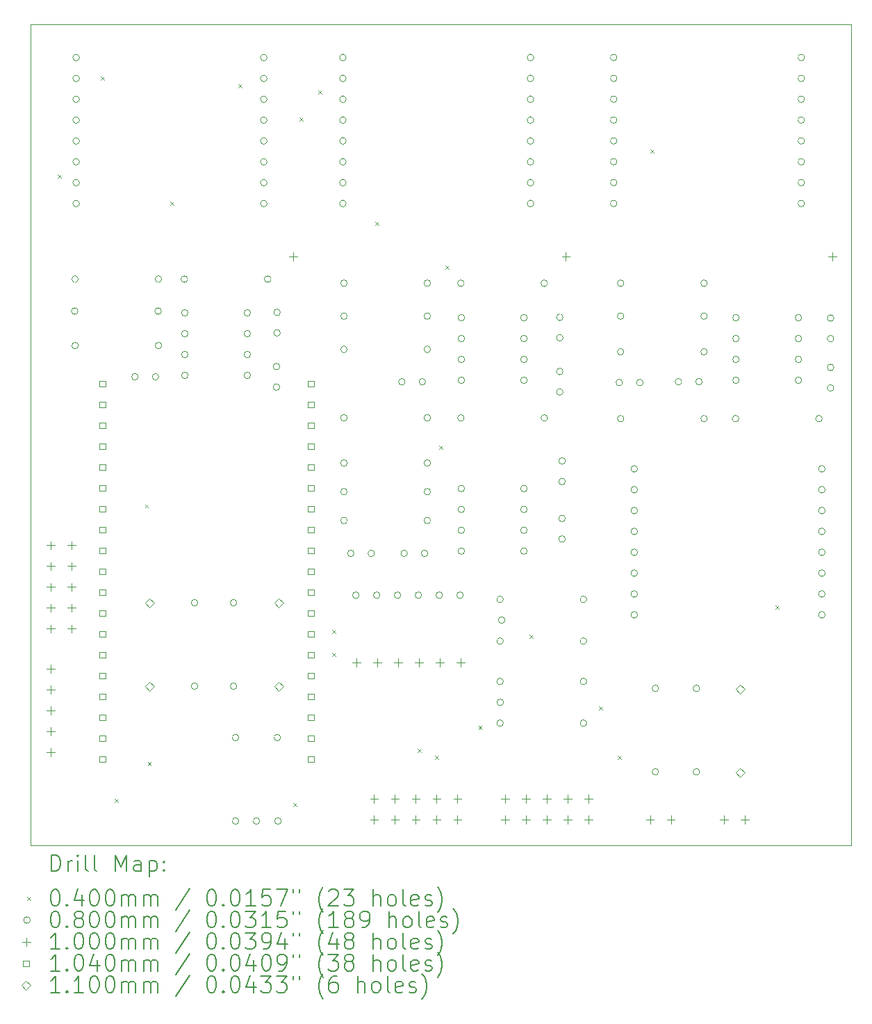
<source format=gbr>
%TF.GenerationSoftware,KiCad,Pcbnew,(6.0.10)*%
%TF.CreationDate,2023-03-01T13:20:10+01:00*%
%TF.ProjectId,Adapterboard,41646170-7465-4726-926f-6172642e6b69,2.3*%
%TF.SameCoordinates,Original*%
%TF.FileFunction,Drillmap*%
%TF.FilePolarity,Positive*%
%FSLAX45Y45*%
G04 Gerber Fmt 4.5, Leading zero omitted, Abs format (unit mm)*
G04 Created by KiCad (PCBNEW (6.0.10)) date 2023-03-01 13:20:10*
%MOMM*%
%LPD*%
G01*
G04 APERTURE LIST*
%ADD10C,0.050000*%
%ADD11C,0.200000*%
%ADD12C,0.040000*%
%ADD13C,0.080000*%
%ADD14C,0.100000*%
%ADD15C,0.104000*%
%ADD16C,0.110000*%
G04 APERTURE END LIST*
D10*
X3000000Y-3000000D02*
X13000000Y-3000000D01*
X13000000Y-3000000D02*
X13000000Y-13000000D01*
X13000000Y-13000000D02*
X3000000Y-13000000D01*
X3000000Y-13000000D02*
X3000000Y-3000000D01*
D11*
D12*
X3330000Y-4830000D02*
X3370000Y-4870000D01*
X3370000Y-4830000D02*
X3330000Y-4870000D01*
X3855000Y-3635000D02*
X3895000Y-3675000D01*
X3895000Y-3635000D02*
X3855000Y-3675000D01*
X4030000Y-12430000D02*
X4070000Y-12470000D01*
X4070000Y-12430000D02*
X4030000Y-12470000D01*
X4395000Y-8845000D02*
X4435000Y-8885000D01*
X4435000Y-8845000D02*
X4395000Y-8885000D01*
X4430000Y-11980000D02*
X4470000Y-12020000D01*
X4470000Y-11980000D02*
X4430000Y-12020000D01*
X4705000Y-5159000D02*
X4745000Y-5199000D01*
X4745000Y-5159000D02*
X4705000Y-5199000D01*
X5532500Y-3727500D02*
X5572500Y-3767500D01*
X5572500Y-3727500D02*
X5532500Y-3767500D01*
X6200000Y-12481450D02*
X6240000Y-12521450D01*
X6240000Y-12481450D02*
X6200000Y-12521450D01*
X6280000Y-4130000D02*
X6320000Y-4170000D01*
X6320000Y-4130000D02*
X6280000Y-4170000D01*
X6505000Y-3805000D02*
X6545000Y-3845000D01*
X6545000Y-3805000D02*
X6505000Y-3845000D01*
X6680000Y-10370000D02*
X6720000Y-10410000D01*
X6720000Y-10370000D02*
X6680000Y-10410000D01*
X6680000Y-10655000D02*
X6720000Y-10695000D01*
X6720000Y-10655000D02*
X6680000Y-10695000D01*
X7205000Y-5405000D02*
X7245000Y-5445000D01*
X7245000Y-5405000D02*
X7205000Y-5445000D01*
X7717500Y-11817500D02*
X7757500Y-11857500D01*
X7757500Y-11817500D02*
X7717500Y-11857500D01*
X7930000Y-11905000D02*
X7970000Y-11945000D01*
X7970000Y-11905000D02*
X7930000Y-11945000D01*
X7980000Y-8130000D02*
X8020000Y-8170000D01*
X8020000Y-8130000D02*
X7980000Y-8170000D01*
X8055000Y-5935000D02*
X8095000Y-5975000D01*
X8095000Y-5935000D02*
X8055000Y-5975000D01*
X8460000Y-11540000D02*
X8500000Y-11580000D01*
X8500000Y-11540000D02*
X8460000Y-11580000D01*
X9080000Y-10430000D02*
X9120000Y-10470000D01*
X9120000Y-10430000D02*
X9080000Y-10470000D01*
X9930000Y-11305000D02*
X9970000Y-11345000D01*
X9970000Y-11305000D02*
X9930000Y-11345000D01*
X10155000Y-11905000D02*
X10195000Y-11945000D01*
X10195000Y-11905000D02*
X10155000Y-11945000D01*
X10555000Y-4520000D02*
X10595000Y-4560000D01*
X10595000Y-4520000D02*
X10555000Y-4560000D01*
X12076500Y-10076500D02*
X12116500Y-10116500D01*
X12116500Y-10076500D02*
X12076500Y-10116500D01*
D13*
X3580000Y-6490000D02*
G75*
G03*
X3580000Y-6490000I-40000J0D01*
G01*
X3584000Y-6100000D02*
G75*
G03*
X3584000Y-6100000I-40000J0D01*
G01*
X3584000Y-6910000D02*
G75*
G03*
X3584000Y-6910000I-40000J0D01*
G01*
X3597000Y-3401000D02*
G75*
G03*
X3597000Y-3401000I-40000J0D01*
G01*
X3597000Y-3655000D02*
G75*
G03*
X3597000Y-3655000I-40000J0D01*
G01*
X3597000Y-3909000D02*
G75*
G03*
X3597000Y-3909000I-40000J0D01*
G01*
X3597000Y-4163000D02*
G75*
G03*
X3597000Y-4163000I-40000J0D01*
G01*
X3597000Y-4417000D02*
G75*
G03*
X3597000Y-4417000I-40000J0D01*
G01*
X3597000Y-4671000D02*
G75*
G03*
X3597000Y-4671000I-40000J0D01*
G01*
X3597000Y-4925000D02*
G75*
G03*
X3597000Y-4925000I-40000J0D01*
G01*
X3597000Y-5179000D02*
G75*
G03*
X3597000Y-5179000I-40000J0D01*
G01*
X4313000Y-7290000D02*
G75*
G03*
X4313000Y-7290000I-40000J0D01*
G01*
X4563000Y-7290000D02*
G75*
G03*
X4563000Y-7290000I-40000J0D01*
G01*
X4596000Y-6490000D02*
G75*
G03*
X4596000Y-6490000I-40000J0D01*
G01*
X4600000Y-6100000D02*
G75*
G03*
X4600000Y-6100000I-40000J0D01*
G01*
X4600000Y-6910000D02*
G75*
G03*
X4600000Y-6910000I-40000J0D01*
G01*
X4915000Y-6100000D02*
G75*
G03*
X4915000Y-6100000I-40000J0D01*
G01*
X4920000Y-6510000D02*
G75*
G03*
X4920000Y-6510000I-40000J0D01*
G01*
X4920000Y-6764000D02*
G75*
G03*
X4920000Y-6764000I-40000J0D01*
G01*
X4920000Y-7018000D02*
G75*
G03*
X4920000Y-7018000I-40000J0D01*
G01*
X4920000Y-7272000D02*
G75*
G03*
X4920000Y-7272000I-40000J0D01*
G01*
X5040000Y-10042000D02*
G75*
G03*
X5040000Y-10042000I-40000J0D01*
G01*
X5040000Y-11058000D02*
G75*
G03*
X5040000Y-11058000I-40000J0D01*
G01*
X5515000Y-10042000D02*
G75*
G03*
X5515000Y-10042000I-40000J0D01*
G01*
X5515000Y-11058000D02*
G75*
G03*
X5515000Y-11058000I-40000J0D01*
G01*
X5540000Y-11684000D02*
G75*
G03*
X5540000Y-11684000I-40000J0D01*
G01*
X5540000Y-12700000D02*
G75*
G03*
X5540000Y-12700000I-40000J0D01*
G01*
X5682000Y-6510000D02*
G75*
G03*
X5682000Y-6510000I-40000J0D01*
G01*
X5682000Y-6764000D02*
G75*
G03*
X5682000Y-6764000I-40000J0D01*
G01*
X5682000Y-7018000D02*
G75*
G03*
X5682000Y-7018000I-40000J0D01*
G01*
X5682000Y-7272000D02*
G75*
G03*
X5682000Y-7272000I-40000J0D01*
G01*
X5794000Y-12700000D02*
G75*
G03*
X5794000Y-12700000I-40000J0D01*
G01*
X5883000Y-3401000D02*
G75*
G03*
X5883000Y-3401000I-40000J0D01*
G01*
X5883000Y-3655000D02*
G75*
G03*
X5883000Y-3655000I-40000J0D01*
G01*
X5883000Y-3909000D02*
G75*
G03*
X5883000Y-3909000I-40000J0D01*
G01*
X5883000Y-4163000D02*
G75*
G03*
X5883000Y-4163000I-40000J0D01*
G01*
X5883000Y-4417000D02*
G75*
G03*
X5883000Y-4417000I-40000J0D01*
G01*
X5883000Y-4671000D02*
G75*
G03*
X5883000Y-4671000I-40000J0D01*
G01*
X5883000Y-4925000D02*
G75*
G03*
X5883000Y-4925000I-40000J0D01*
G01*
X5883000Y-5179000D02*
G75*
G03*
X5883000Y-5179000I-40000J0D01*
G01*
X5931000Y-6100000D02*
G75*
G03*
X5931000Y-6100000I-40000J0D01*
G01*
X6038000Y-7165000D02*
G75*
G03*
X6038000Y-7165000I-40000J0D01*
G01*
X6038000Y-7415000D02*
G75*
G03*
X6038000Y-7415000I-40000J0D01*
G01*
X6045000Y-6505000D02*
G75*
G03*
X6045000Y-6505000I-40000J0D01*
G01*
X6045000Y-6755000D02*
G75*
G03*
X6045000Y-6755000I-40000J0D01*
G01*
X6048000Y-11684000D02*
G75*
G03*
X6048000Y-11684000I-40000J0D01*
G01*
X6056000Y-12700000D02*
G75*
G03*
X6056000Y-12700000I-40000J0D01*
G01*
X6847000Y-3401000D02*
G75*
G03*
X6847000Y-3401000I-40000J0D01*
G01*
X6847000Y-3655000D02*
G75*
G03*
X6847000Y-3655000I-40000J0D01*
G01*
X6847000Y-3909000D02*
G75*
G03*
X6847000Y-3909000I-40000J0D01*
G01*
X6847000Y-4163000D02*
G75*
G03*
X6847000Y-4163000I-40000J0D01*
G01*
X6847000Y-4417000D02*
G75*
G03*
X6847000Y-4417000I-40000J0D01*
G01*
X6847000Y-4671000D02*
G75*
G03*
X6847000Y-4671000I-40000J0D01*
G01*
X6847000Y-4925000D02*
G75*
G03*
X6847000Y-4925000I-40000J0D01*
G01*
X6847000Y-5179000D02*
G75*
G03*
X6847000Y-5179000I-40000J0D01*
G01*
X6860000Y-6150000D02*
G75*
G03*
X6860000Y-6150000I-40000J0D01*
G01*
X6860000Y-6550000D02*
G75*
G03*
X6860000Y-6550000I-40000J0D01*
G01*
X6860000Y-6955000D02*
G75*
G03*
X6860000Y-6955000I-40000J0D01*
G01*
X6860000Y-7790000D02*
G75*
G03*
X6860000Y-7790000I-40000J0D01*
G01*
X6860000Y-8340000D02*
G75*
G03*
X6860000Y-8340000I-40000J0D01*
G01*
X6860000Y-8690000D02*
G75*
G03*
X6860000Y-8690000I-40000J0D01*
G01*
X6860000Y-9040000D02*
G75*
G03*
X6860000Y-9040000I-40000J0D01*
G01*
X6943000Y-9440000D02*
G75*
G03*
X6943000Y-9440000I-40000J0D01*
G01*
X7005000Y-9950000D02*
G75*
G03*
X7005000Y-9950000I-40000J0D01*
G01*
X7193000Y-9440000D02*
G75*
G03*
X7193000Y-9440000I-40000J0D01*
G01*
X7259000Y-9950000D02*
G75*
G03*
X7259000Y-9950000I-40000J0D01*
G01*
X7513000Y-9950000D02*
G75*
G03*
X7513000Y-9950000I-40000J0D01*
G01*
X7565000Y-7350000D02*
G75*
G03*
X7565000Y-7350000I-40000J0D01*
G01*
X7593000Y-9440000D02*
G75*
G03*
X7593000Y-9440000I-40000J0D01*
G01*
X7767000Y-9950000D02*
G75*
G03*
X7767000Y-9950000I-40000J0D01*
G01*
X7815000Y-7350000D02*
G75*
G03*
X7815000Y-7350000I-40000J0D01*
G01*
X7843000Y-9440000D02*
G75*
G03*
X7843000Y-9440000I-40000J0D01*
G01*
X7876000Y-6150000D02*
G75*
G03*
X7876000Y-6150000I-40000J0D01*
G01*
X7876000Y-6550000D02*
G75*
G03*
X7876000Y-6550000I-40000J0D01*
G01*
X7876000Y-6955000D02*
G75*
G03*
X7876000Y-6955000I-40000J0D01*
G01*
X7876000Y-7790000D02*
G75*
G03*
X7876000Y-7790000I-40000J0D01*
G01*
X7876000Y-8340000D02*
G75*
G03*
X7876000Y-8340000I-40000J0D01*
G01*
X7876000Y-8690000D02*
G75*
G03*
X7876000Y-8690000I-40000J0D01*
G01*
X7876000Y-9040000D02*
G75*
G03*
X7876000Y-9040000I-40000J0D01*
G01*
X8021000Y-9950000D02*
G75*
G03*
X8021000Y-9950000I-40000J0D01*
G01*
X8275000Y-9950000D02*
G75*
G03*
X8275000Y-9950000I-40000J0D01*
G01*
X8285000Y-6150000D02*
G75*
G03*
X8285000Y-6150000I-40000J0D01*
G01*
X8285000Y-7790000D02*
G75*
G03*
X8285000Y-7790000I-40000J0D01*
G01*
X8290000Y-6570000D02*
G75*
G03*
X8290000Y-6570000I-40000J0D01*
G01*
X8290000Y-6824000D02*
G75*
G03*
X8290000Y-6824000I-40000J0D01*
G01*
X8290000Y-7078000D02*
G75*
G03*
X8290000Y-7078000I-40000J0D01*
G01*
X8290000Y-7332000D02*
G75*
G03*
X8290000Y-7332000I-40000J0D01*
G01*
X8290000Y-8650000D02*
G75*
G03*
X8290000Y-8650000I-40000J0D01*
G01*
X8290000Y-8904000D02*
G75*
G03*
X8290000Y-8904000I-40000J0D01*
G01*
X8290000Y-9158000D02*
G75*
G03*
X8290000Y-9158000I-40000J0D01*
G01*
X8290000Y-9412000D02*
G75*
G03*
X8290000Y-9412000I-40000J0D01*
G01*
X8762000Y-10000000D02*
G75*
G03*
X8762000Y-10000000I-40000J0D01*
G01*
X8762000Y-10508000D02*
G75*
G03*
X8762000Y-10508000I-40000J0D01*
G01*
X8762000Y-11000000D02*
G75*
G03*
X8762000Y-11000000I-40000J0D01*
G01*
X8762000Y-11508000D02*
G75*
G03*
X8762000Y-11508000I-40000J0D01*
G01*
X8765000Y-11254000D02*
G75*
G03*
X8765000Y-11254000I-40000J0D01*
G01*
X8782000Y-10254000D02*
G75*
G03*
X8782000Y-10254000I-40000J0D01*
G01*
X9052000Y-6570000D02*
G75*
G03*
X9052000Y-6570000I-40000J0D01*
G01*
X9052000Y-6824000D02*
G75*
G03*
X9052000Y-6824000I-40000J0D01*
G01*
X9052000Y-7078000D02*
G75*
G03*
X9052000Y-7078000I-40000J0D01*
G01*
X9052000Y-7332000D02*
G75*
G03*
X9052000Y-7332000I-40000J0D01*
G01*
X9052000Y-8650000D02*
G75*
G03*
X9052000Y-8650000I-40000J0D01*
G01*
X9052000Y-8904000D02*
G75*
G03*
X9052000Y-8904000I-40000J0D01*
G01*
X9052000Y-9158000D02*
G75*
G03*
X9052000Y-9158000I-40000J0D01*
G01*
X9052000Y-9412000D02*
G75*
G03*
X9052000Y-9412000I-40000J0D01*
G01*
X9133000Y-3401000D02*
G75*
G03*
X9133000Y-3401000I-40000J0D01*
G01*
X9133000Y-3655000D02*
G75*
G03*
X9133000Y-3655000I-40000J0D01*
G01*
X9133000Y-3909000D02*
G75*
G03*
X9133000Y-3909000I-40000J0D01*
G01*
X9133000Y-4163000D02*
G75*
G03*
X9133000Y-4163000I-40000J0D01*
G01*
X9133000Y-4417000D02*
G75*
G03*
X9133000Y-4417000I-40000J0D01*
G01*
X9133000Y-4671000D02*
G75*
G03*
X9133000Y-4671000I-40000J0D01*
G01*
X9133000Y-4925000D02*
G75*
G03*
X9133000Y-4925000I-40000J0D01*
G01*
X9133000Y-5179000D02*
G75*
G03*
X9133000Y-5179000I-40000J0D01*
G01*
X9301000Y-6150000D02*
G75*
G03*
X9301000Y-6150000I-40000J0D01*
G01*
X9301000Y-7790000D02*
G75*
G03*
X9301000Y-7790000I-40000J0D01*
G01*
X9490000Y-6565000D02*
G75*
G03*
X9490000Y-6565000I-40000J0D01*
G01*
X9490000Y-6815000D02*
G75*
G03*
X9490000Y-6815000I-40000J0D01*
G01*
X9490000Y-7225000D02*
G75*
G03*
X9490000Y-7225000I-40000J0D01*
G01*
X9490000Y-7475000D02*
G75*
G03*
X9490000Y-7475000I-40000J0D01*
G01*
X9518000Y-8315000D02*
G75*
G03*
X9518000Y-8315000I-40000J0D01*
G01*
X9518000Y-8565000D02*
G75*
G03*
X9518000Y-8565000I-40000J0D01*
G01*
X9518000Y-9015000D02*
G75*
G03*
X9518000Y-9015000I-40000J0D01*
G01*
X9518000Y-9265000D02*
G75*
G03*
X9518000Y-9265000I-40000J0D01*
G01*
X9778000Y-10000000D02*
G75*
G03*
X9778000Y-10000000I-40000J0D01*
G01*
X9778000Y-10508000D02*
G75*
G03*
X9778000Y-10508000I-40000J0D01*
G01*
X9778000Y-11000000D02*
G75*
G03*
X9778000Y-11000000I-40000J0D01*
G01*
X9778000Y-11508000D02*
G75*
G03*
X9778000Y-11508000I-40000J0D01*
G01*
X10147000Y-3401000D02*
G75*
G03*
X10147000Y-3401000I-40000J0D01*
G01*
X10147000Y-3655000D02*
G75*
G03*
X10147000Y-3655000I-40000J0D01*
G01*
X10147000Y-3909000D02*
G75*
G03*
X10147000Y-3909000I-40000J0D01*
G01*
X10147000Y-4163000D02*
G75*
G03*
X10147000Y-4163000I-40000J0D01*
G01*
X10147000Y-4417000D02*
G75*
G03*
X10147000Y-4417000I-40000J0D01*
G01*
X10147000Y-4671000D02*
G75*
G03*
X10147000Y-4671000I-40000J0D01*
G01*
X10147000Y-4925000D02*
G75*
G03*
X10147000Y-4925000I-40000J0D01*
G01*
X10147000Y-5179000D02*
G75*
G03*
X10147000Y-5179000I-40000J0D01*
G01*
X10215000Y-7360000D02*
G75*
G03*
X10215000Y-7360000I-40000J0D01*
G01*
X10232000Y-6150000D02*
G75*
G03*
X10232000Y-6150000I-40000J0D01*
G01*
X10232000Y-6550000D02*
G75*
G03*
X10232000Y-6550000I-40000J0D01*
G01*
X10232000Y-6985000D02*
G75*
G03*
X10232000Y-6985000I-40000J0D01*
G01*
X10232000Y-7800000D02*
G75*
G03*
X10232000Y-7800000I-40000J0D01*
G01*
X10397000Y-8411000D02*
G75*
G03*
X10397000Y-8411000I-40000J0D01*
G01*
X10397000Y-8665000D02*
G75*
G03*
X10397000Y-8665000I-40000J0D01*
G01*
X10397000Y-8919000D02*
G75*
G03*
X10397000Y-8919000I-40000J0D01*
G01*
X10397000Y-9173000D02*
G75*
G03*
X10397000Y-9173000I-40000J0D01*
G01*
X10397000Y-9427000D02*
G75*
G03*
X10397000Y-9427000I-40000J0D01*
G01*
X10397000Y-9681000D02*
G75*
G03*
X10397000Y-9681000I-40000J0D01*
G01*
X10397000Y-9935000D02*
G75*
G03*
X10397000Y-9935000I-40000J0D01*
G01*
X10397000Y-10189000D02*
G75*
G03*
X10397000Y-10189000I-40000J0D01*
G01*
X10465000Y-7360000D02*
G75*
G03*
X10465000Y-7360000I-40000J0D01*
G01*
X10655000Y-11084000D02*
G75*
G03*
X10655000Y-11084000I-40000J0D01*
G01*
X10655000Y-12100000D02*
G75*
G03*
X10655000Y-12100000I-40000J0D01*
G01*
X10936000Y-7350000D02*
G75*
G03*
X10936000Y-7350000I-40000J0D01*
G01*
X11155000Y-11084000D02*
G75*
G03*
X11155000Y-11084000I-40000J0D01*
G01*
X11155000Y-12100000D02*
G75*
G03*
X11155000Y-12100000I-40000J0D01*
G01*
X11186000Y-7350000D02*
G75*
G03*
X11186000Y-7350000I-40000J0D01*
G01*
X11248000Y-6150000D02*
G75*
G03*
X11248000Y-6150000I-40000J0D01*
G01*
X11248000Y-6550000D02*
G75*
G03*
X11248000Y-6550000I-40000J0D01*
G01*
X11248000Y-6985000D02*
G75*
G03*
X11248000Y-6985000I-40000J0D01*
G01*
X11248000Y-7800000D02*
G75*
G03*
X11248000Y-7800000I-40000J0D01*
G01*
X11632000Y-7800000D02*
G75*
G03*
X11632000Y-7800000I-40000J0D01*
G01*
X11637000Y-6570000D02*
G75*
G03*
X11637000Y-6570000I-40000J0D01*
G01*
X11637000Y-6824000D02*
G75*
G03*
X11637000Y-6824000I-40000J0D01*
G01*
X11637000Y-7078000D02*
G75*
G03*
X11637000Y-7078000I-40000J0D01*
G01*
X11637000Y-7332000D02*
G75*
G03*
X11637000Y-7332000I-40000J0D01*
G01*
X12399000Y-6570000D02*
G75*
G03*
X12399000Y-6570000I-40000J0D01*
G01*
X12399000Y-6824000D02*
G75*
G03*
X12399000Y-6824000I-40000J0D01*
G01*
X12399000Y-7078000D02*
G75*
G03*
X12399000Y-7078000I-40000J0D01*
G01*
X12399000Y-7332000D02*
G75*
G03*
X12399000Y-7332000I-40000J0D01*
G01*
X12433000Y-3401000D02*
G75*
G03*
X12433000Y-3401000I-40000J0D01*
G01*
X12433000Y-3655000D02*
G75*
G03*
X12433000Y-3655000I-40000J0D01*
G01*
X12433000Y-3909000D02*
G75*
G03*
X12433000Y-3909000I-40000J0D01*
G01*
X12433000Y-4163000D02*
G75*
G03*
X12433000Y-4163000I-40000J0D01*
G01*
X12433000Y-4417000D02*
G75*
G03*
X12433000Y-4417000I-40000J0D01*
G01*
X12433000Y-4671000D02*
G75*
G03*
X12433000Y-4671000I-40000J0D01*
G01*
X12433000Y-4925000D02*
G75*
G03*
X12433000Y-4925000I-40000J0D01*
G01*
X12433000Y-5179000D02*
G75*
G03*
X12433000Y-5179000I-40000J0D01*
G01*
X12648000Y-7800000D02*
G75*
G03*
X12648000Y-7800000I-40000J0D01*
G01*
X12683000Y-8411000D02*
G75*
G03*
X12683000Y-8411000I-40000J0D01*
G01*
X12683000Y-8665000D02*
G75*
G03*
X12683000Y-8665000I-40000J0D01*
G01*
X12683000Y-8919000D02*
G75*
G03*
X12683000Y-8919000I-40000J0D01*
G01*
X12683000Y-9173000D02*
G75*
G03*
X12683000Y-9173000I-40000J0D01*
G01*
X12683000Y-9427000D02*
G75*
G03*
X12683000Y-9427000I-40000J0D01*
G01*
X12683000Y-9681000D02*
G75*
G03*
X12683000Y-9681000I-40000J0D01*
G01*
X12683000Y-9935000D02*
G75*
G03*
X12683000Y-9935000I-40000J0D01*
G01*
X12683000Y-10189000D02*
G75*
G03*
X12683000Y-10189000I-40000J0D01*
G01*
X12790000Y-6575000D02*
G75*
G03*
X12790000Y-6575000I-40000J0D01*
G01*
X12790000Y-6825000D02*
G75*
G03*
X12790000Y-6825000I-40000J0D01*
G01*
X12790000Y-7175000D02*
G75*
G03*
X12790000Y-7175000I-40000J0D01*
G01*
X12790000Y-7425000D02*
G75*
G03*
X12790000Y-7425000I-40000J0D01*
G01*
D14*
X3250000Y-9292500D02*
X3250000Y-9392500D01*
X3200000Y-9342500D02*
X3300000Y-9342500D01*
X3250000Y-9546500D02*
X3250000Y-9646500D01*
X3200000Y-9596500D02*
X3300000Y-9596500D01*
X3250000Y-9800500D02*
X3250000Y-9900500D01*
X3200000Y-9850500D02*
X3300000Y-9850500D01*
X3250000Y-10054500D02*
X3250000Y-10154500D01*
X3200000Y-10104500D02*
X3300000Y-10104500D01*
X3250000Y-10308500D02*
X3250000Y-10408500D01*
X3200000Y-10358500D02*
X3300000Y-10358500D01*
X3250000Y-10792500D02*
X3250000Y-10892500D01*
X3200000Y-10842500D02*
X3300000Y-10842500D01*
X3250000Y-11046500D02*
X3250000Y-11146500D01*
X3200000Y-11096500D02*
X3300000Y-11096500D01*
X3250000Y-11300500D02*
X3250000Y-11400500D01*
X3200000Y-11350500D02*
X3300000Y-11350500D01*
X3250000Y-11554500D02*
X3250000Y-11654500D01*
X3200000Y-11604500D02*
X3300000Y-11604500D01*
X3250000Y-11808500D02*
X3250000Y-11908500D01*
X3200000Y-11858500D02*
X3300000Y-11858500D01*
X3504000Y-9292500D02*
X3504000Y-9392500D01*
X3454000Y-9342500D02*
X3554000Y-9342500D01*
X3504000Y-9546500D02*
X3504000Y-9646500D01*
X3454000Y-9596500D02*
X3554000Y-9596500D01*
X3504000Y-9800500D02*
X3504000Y-9900500D01*
X3454000Y-9850500D02*
X3554000Y-9850500D01*
X3504000Y-10054500D02*
X3504000Y-10154500D01*
X3454000Y-10104500D02*
X3554000Y-10104500D01*
X3504000Y-10308500D02*
X3504000Y-10408500D01*
X3454000Y-10358500D02*
X3554000Y-10358500D01*
X6200000Y-5775000D02*
X6200000Y-5875000D01*
X6150000Y-5825000D02*
X6250000Y-5825000D01*
X6975200Y-10722250D02*
X6975200Y-10822250D01*
X6925200Y-10772250D02*
X7025200Y-10772250D01*
X7187500Y-12379000D02*
X7187500Y-12479000D01*
X7137500Y-12429000D02*
X7237500Y-12429000D01*
X7187500Y-12633000D02*
X7187500Y-12733000D01*
X7137500Y-12683000D02*
X7237500Y-12683000D01*
X7229200Y-10722250D02*
X7229200Y-10822250D01*
X7179200Y-10772250D02*
X7279200Y-10772250D01*
X7441500Y-12379000D02*
X7441500Y-12479000D01*
X7391500Y-12429000D02*
X7491500Y-12429000D01*
X7441500Y-12633000D02*
X7441500Y-12733000D01*
X7391500Y-12683000D02*
X7491500Y-12683000D01*
X7483200Y-10722250D02*
X7483200Y-10822250D01*
X7433200Y-10772250D02*
X7533200Y-10772250D01*
X7695500Y-12379000D02*
X7695500Y-12479000D01*
X7645500Y-12429000D02*
X7745500Y-12429000D01*
X7695500Y-12633000D02*
X7695500Y-12733000D01*
X7645500Y-12683000D02*
X7745500Y-12683000D01*
X7737200Y-10722250D02*
X7737200Y-10822250D01*
X7687200Y-10772250D02*
X7787200Y-10772250D01*
X7949500Y-12379000D02*
X7949500Y-12479000D01*
X7899500Y-12429000D02*
X7999500Y-12429000D01*
X7949500Y-12633000D02*
X7949500Y-12733000D01*
X7899500Y-12683000D02*
X7999500Y-12683000D01*
X7991200Y-10722250D02*
X7991200Y-10822250D01*
X7941200Y-10772250D02*
X8041200Y-10772250D01*
X8203500Y-12379000D02*
X8203500Y-12479000D01*
X8153500Y-12429000D02*
X8253500Y-12429000D01*
X8203500Y-12633000D02*
X8203500Y-12733000D01*
X8153500Y-12683000D02*
X8253500Y-12683000D01*
X8245200Y-10722250D02*
X8245200Y-10822250D01*
X8195200Y-10772250D02*
X8295200Y-10772250D01*
X8787500Y-12379000D02*
X8787500Y-12479000D01*
X8737500Y-12429000D02*
X8837500Y-12429000D01*
X8787500Y-12633000D02*
X8787500Y-12733000D01*
X8737500Y-12683000D02*
X8837500Y-12683000D01*
X9041500Y-12379000D02*
X9041500Y-12479000D01*
X8991500Y-12429000D02*
X9091500Y-12429000D01*
X9041500Y-12633000D02*
X9041500Y-12733000D01*
X8991500Y-12683000D02*
X9091500Y-12683000D01*
X9295500Y-12379000D02*
X9295500Y-12479000D01*
X9245500Y-12429000D02*
X9345500Y-12429000D01*
X9295500Y-12633000D02*
X9295500Y-12733000D01*
X9245500Y-12683000D02*
X9345500Y-12683000D01*
X9525000Y-5775000D02*
X9525000Y-5875000D01*
X9475000Y-5825000D02*
X9575000Y-5825000D01*
X9549500Y-12379000D02*
X9549500Y-12479000D01*
X9499500Y-12429000D02*
X9599500Y-12429000D01*
X9549500Y-12633000D02*
X9549500Y-12733000D01*
X9499500Y-12683000D02*
X9599500Y-12683000D01*
X9803500Y-12379000D02*
X9803500Y-12479000D01*
X9753500Y-12429000D02*
X9853500Y-12429000D01*
X9803500Y-12633000D02*
X9803500Y-12733000D01*
X9753500Y-12683000D02*
X9853500Y-12683000D01*
X10549500Y-12633000D02*
X10549500Y-12733000D01*
X10499500Y-12683000D02*
X10599500Y-12683000D01*
X10803500Y-12633000D02*
X10803500Y-12733000D01*
X10753500Y-12683000D02*
X10853500Y-12683000D01*
X11449500Y-12633000D02*
X11449500Y-12733000D01*
X11399500Y-12683000D02*
X11499500Y-12683000D01*
X11703500Y-12633000D02*
X11703500Y-12733000D01*
X11653500Y-12683000D02*
X11753500Y-12683000D01*
X12775000Y-5775000D02*
X12775000Y-5875000D01*
X12725000Y-5825000D02*
X12825000Y-5825000D01*
D15*
X3916770Y-7410770D02*
X3916770Y-7337230D01*
X3843230Y-7337230D01*
X3843230Y-7410770D01*
X3916770Y-7410770D01*
X3916770Y-7664770D02*
X3916770Y-7591230D01*
X3843230Y-7591230D01*
X3843230Y-7664770D01*
X3916770Y-7664770D01*
X3916770Y-7918770D02*
X3916770Y-7845230D01*
X3843230Y-7845230D01*
X3843230Y-7918770D01*
X3916770Y-7918770D01*
X3916770Y-8172770D02*
X3916770Y-8099230D01*
X3843230Y-8099230D01*
X3843230Y-8172770D01*
X3916770Y-8172770D01*
X3916770Y-8426770D02*
X3916770Y-8353230D01*
X3843230Y-8353230D01*
X3843230Y-8426770D01*
X3916770Y-8426770D01*
X3916770Y-8680770D02*
X3916770Y-8607230D01*
X3843230Y-8607230D01*
X3843230Y-8680770D01*
X3916770Y-8680770D01*
X3916770Y-8934770D02*
X3916770Y-8861230D01*
X3843230Y-8861230D01*
X3843230Y-8934770D01*
X3916770Y-8934770D01*
X3916770Y-9188770D02*
X3916770Y-9115230D01*
X3843230Y-9115230D01*
X3843230Y-9188770D01*
X3916770Y-9188770D01*
X3916770Y-9442770D02*
X3916770Y-9369230D01*
X3843230Y-9369230D01*
X3843230Y-9442770D01*
X3916770Y-9442770D01*
X3916770Y-9696770D02*
X3916770Y-9623230D01*
X3843230Y-9623230D01*
X3843230Y-9696770D01*
X3916770Y-9696770D01*
X3916770Y-9950770D02*
X3916770Y-9877230D01*
X3843230Y-9877230D01*
X3843230Y-9950770D01*
X3916770Y-9950770D01*
X3916770Y-10204770D02*
X3916770Y-10131230D01*
X3843230Y-10131230D01*
X3843230Y-10204770D01*
X3916770Y-10204770D01*
X3916770Y-10458770D02*
X3916770Y-10385230D01*
X3843230Y-10385230D01*
X3843230Y-10458770D01*
X3916770Y-10458770D01*
X3916770Y-10712770D02*
X3916770Y-10639230D01*
X3843230Y-10639230D01*
X3843230Y-10712770D01*
X3916770Y-10712770D01*
X3916770Y-10966770D02*
X3916770Y-10893230D01*
X3843230Y-10893230D01*
X3843230Y-10966770D01*
X3916770Y-10966770D01*
X3916770Y-11220770D02*
X3916770Y-11147230D01*
X3843230Y-11147230D01*
X3843230Y-11220770D01*
X3916770Y-11220770D01*
X3916770Y-11474770D02*
X3916770Y-11401230D01*
X3843230Y-11401230D01*
X3843230Y-11474770D01*
X3916770Y-11474770D01*
X3916770Y-11728770D02*
X3916770Y-11655230D01*
X3843230Y-11655230D01*
X3843230Y-11728770D01*
X3916770Y-11728770D01*
X3916770Y-11982770D02*
X3916770Y-11909230D01*
X3843230Y-11909230D01*
X3843230Y-11982770D01*
X3916770Y-11982770D01*
X6456770Y-7410770D02*
X6456770Y-7337230D01*
X6383230Y-7337230D01*
X6383230Y-7410770D01*
X6456770Y-7410770D01*
X6456770Y-7664770D02*
X6456770Y-7591230D01*
X6383230Y-7591230D01*
X6383230Y-7664770D01*
X6456770Y-7664770D01*
X6456770Y-7918770D02*
X6456770Y-7845230D01*
X6383230Y-7845230D01*
X6383230Y-7918770D01*
X6456770Y-7918770D01*
X6456770Y-8172770D02*
X6456770Y-8099230D01*
X6383230Y-8099230D01*
X6383230Y-8172770D01*
X6456770Y-8172770D01*
X6456770Y-8426770D02*
X6456770Y-8353230D01*
X6383230Y-8353230D01*
X6383230Y-8426770D01*
X6456770Y-8426770D01*
X6456770Y-8680770D02*
X6456770Y-8607230D01*
X6383230Y-8607230D01*
X6383230Y-8680770D01*
X6456770Y-8680770D01*
X6456770Y-8934770D02*
X6456770Y-8861230D01*
X6383230Y-8861230D01*
X6383230Y-8934770D01*
X6456770Y-8934770D01*
X6456770Y-9188770D02*
X6456770Y-9115230D01*
X6383230Y-9115230D01*
X6383230Y-9188770D01*
X6456770Y-9188770D01*
X6456770Y-9442770D02*
X6456770Y-9369230D01*
X6383230Y-9369230D01*
X6383230Y-9442770D01*
X6456770Y-9442770D01*
X6456770Y-9696770D02*
X6456770Y-9623230D01*
X6383230Y-9623230D01*
X6383230Y-9696770D01*
X6456770Y-9696770D01*
X6456770Y-9950770D02*
X6456770Y-9877230D01*
X6383230Y-9877230D01*
X6383230Y-9950770D01*
X6456770Y-9950770D01*
X6456770Y-10204770D02*
X6456770Y-10131230D01*
X6383230Y-10131230D01*
X6383230Y-10204770D01*
X6456770Y-10204770D01*
X6456770Y-10458770D02*
X6456770Y-10385230D01*
X6383230Y-10385230D01*
X6383230Y-10458770D01*
X6456770Y-10458770D01*
X6456770Y-10712770D02*
X6456770Y-10639230D01*
X6383230Y-10639230D01*
X6383230Y-10712770D01*
X6456770Y-10712770D01*
X6456770Y-10966770D02*
X6456770Y-10893230D01*
X6383230Y-10893230D01*
X6383230Y-10966770D01*
X6456770Y-10966770D01*
X6456770Y-11220770D02*
X6456770Y-11147230D01*
X6383230Y-11147230D01*
X6383230Y-11220770D01*
X6456770Y-11220770D01*
X6456770Y-11474770D02*
X6456770Y-11401230D01*
X6383230Y-11401230D01*
X6383230Y-11474770D01*
X6456770Y-11474770D01*
X6456770Y-11728770D02*
X6456770Y-11655230D01*
X6383230Y-11655230D01*
X6383230Y-11728770D01*
X6456770Y-11728770D01*
X6456770Y-11982770D02*
X6456770Y-11909230D01*
X6383230Y-11909230D01*
X6383230Y-11982770D01*
X6456770Y-11982770D01*
D16*
X4450000Y-10097000D02*
X4505000Y-10042000D01*
X4450000Y-9987000D01*
X4395000Y-10042000D01*
X4450000Y-10097000D01*
X4450000Y-11113000D02*
X4505000Y-11058000D01*
X4450000Y-11003000D01*
X4395000Y-11058000D01*
X4450000Y-11113000D01*
X6025000Y-10097000D02*
X6080000Y-10042000D01*
X6025000Y-9987000D01*
X5970000Y-10042000D01*
X6025000Y-10097000D01*
X6025000Y-11113000D02*
X6080000Y-11058000D01*
X6025000Y-11003000D01*
X5970000Y-11058000D01*
X6025000Y-11113000D01*
X11650000Y-11147000D02*
X11705000Y-11092000D01*
X11650000Y-11037000D01*
X11595000Y-11092000D01*
X11650000Y-11147000D01*
X11650000Y-12163000D02*
X11705000Y-12108000D01*
X11650000Y-12053000D01*
X11595000Y-12108000D01*
X11650000Y-12163000D01*
D11*
X3255119Y-13312976D02*
X3255119Y-13112976D01*
X3302738Y-13112976D01*
X3331309Y-13122500D01*
X3350357Y-13141548D01*
X3359881Y-13160595D01*
X3369405Y-13198690D01*
X3369405Y-13227262D01*
X3359881Y-13265357D01*
X3350357Y-13284405D01*
X3331309Y-13303452D01*
X3302738Y-13312976D01*
X3255119Y-13312976D01*
X3455119Y-13312976D02*
X3455119Y-13179643D01*
X3455119Y-13217738D02*
X3464643Y-13198690D01*
X3474167Y-13189167D01*
X3493214Y-13179643D01*
X3512262Y-13179643D01*
X3578928Y-13312976D02*
X3578928Y-13179643D01*
X3578928Y-13112976D02*
X3569405Y-13122500D01*
X3578928Y-13132024D01*
X3588452Y-13122500D01*
X3578928Y-13112976D01*
X3578928Y-13132024D01*
X3702738Y-13312976D02*
X3683690Y-13303452D01*
X3674167Y-13284405D01*
X3674167Y-13112976D01*
X3807500Y-13312976D02*
X3788452Y-13303452D01*
X3778928Y-13284405D01*
X3778928Y-13112976D01*
X4036071Y-13312976D02*
X4036071Y-13112976D01*
X4102738Y-13255833D01*
X4169405Y-13112976D01*
X4169405Y-13312976D01*
X4350357Y-13312976D02*
X4350357Y-13208214D01*
X4340833Y-13189167D01*
X4321786Y-13179643D01*
X4283690Y-13179643D01*
X4264643Y-13189167D01*
X4350357Y-13303452D02*
X4331310Y-13312976D01*
X4283690Y-13312976D01*
X4264643Y-13303452D01*
X4255119Y-13284405D01*
X4255119Y-13265357D01*
X4264643Y-13246309D01*
X4283690Y-13236786D01*
X4331310Y-13236786D01*
X4350357Y-13227262D01*
X4445595Y-13179643D02*
X4445595Y-13379643D01*
X4445595Y-13189167D02*
X4464643Y-13179643D01*
X4502738Y-13179643D01*
X4521786Y-13189167D01*
X4531310Y-13198690D01*
X4540833Y-13217738D01*
X4540833Y-13274881D01*
X4531310Y-13293928D01*
X4521786Y-13303452D01*
X4502738Y-13312976D01*
X4464643Y-13312976D01*
X4445595Y-13303452D01*
X4626548Y-13293928D02*
X4636071Y-13303452D01*
X4626548Y-13312976D01*
X4617024Y-13303452D01*
X4626548Y-13293928D01*
X4626548Y-13312976D01*
X4626548Y-13189167D02*
X4636071Y-13198690D01*
X4626548Y-13208214D01*
X4617024Y-13198690D01*
X4626548Y-13189167D01*
X4626548Y-13208214D01*
D12*
X2957500Y-13622500D02*
X2997500Y-13662500D01*
X2997500Y-13622500D02*
X2957500Y-13662500D01*
D11*
X3293214Y-13532976D02*
X3312262Y-13532976D01*
X3331309Y-13542500D01*
X3340833Y-13552024D01*
X3350357Y-13571071D01*
X3359881Y-13609167D01*
X3359881Y-13656786D01*
X3350357Y-13694881D01*
X3340833Y-13713928D01*
X3331309Y-13723452D01*
X3312262Y-13732976D01*
X3293214Y-13732976D01*
X3274167Y-13723452D01*
X3264643Y-13713928D01*
X3255119Y-13694881D01*
X3245595Y-13656786D01*
X3245595Y-13609167D01*
X3255119Y-13571071D01*
X3264643Y-13552024D01*
X3274167Y-13542500D01*
X3293214Y-13532976D01*
X3445595Y-13713928D02*
X3455119Y-13723452D01*
X3445595Y-13732976D01*
X3436071Y-13723452D01*
X3445595Y-13713928D01*
X3445595Y-13732976D01*
X3626548Y-13599643D02*
X3626548Y-13732976D01*
X3578928Y-13523452D02*
X3531309Y-13666309D01*
X3655119Y-13666309D01*
X3769405Y-13532976D02*
X3788452Y-13532976D01*
X3807500Y-13542500D01*
X3817024Y-13552024D01*
X3826548Y-13571071D01*
X3836071Y-13609167D01*
X3836071Y-13656786D01*
X3826548Y-13694881D01*
X3817024Y-13713928D01*
X3807500Y-13723452D01*
X3788452Y-13732976D01*
X3769405Y-13732976D01*
X3750357Y-13723452D01*
X3740833Y-13713928D01*
X3731309Y-13694881D01*
X3721786Y-13656786D01*
X3721786Y-13609167D01*
X3731309Y-13571071D01*
X3740833Y-13552024D01*
X3750357Y-13542500D01*
X3769405Y-13532976D01*
X3959881Y-13532976D02*
X3978928Y-13532976D01*
X3997976Y-13542500D01*
X4007500Y-13552024D01*
X4017024Y-13571071D01*
X4026548Y-13609167D01*
X4026548Y-13656786D01*
X4017024Y-13694881D01*
X4007500Y-13713928D01*
X3997976Y-13723452D01*
X3978928Y-13732976D01*
X3959881Y-13732976D01*
X3940833Y-13723452D01*
X3931309Y-13713928D01*
X3921786Y-13694881D01*
X3912262Y-13656786D01*
X3912262Y-13609167D01*
X3921786Y-13571071D01*
X3931309Y-13552024D01*
X3940833Y-13542500D01*
X3959881Y-13532976D01*
X4112262Y-13732976D02*
X4112262Y-13599643D01*
X4112262Y-13618690D02*
X4121786Y-13609167D01*
X4140833Y-13599643D01*
X4169405Y-13599643D01*
X4188452Y-13609167D01*
X4197976Y-13628214D01*
X4197976Y-13732976D01*
X4197976Y-13628214D02*
X4207500Y-13609167D01*
X4226548Y-13599643D01*
X4255119Y-13599643D01*
X4274167Y-13609167D01*
X4283690Y-13628214D01*
X4283690Y-13732976D01*
X4378929Y-13732976D02*
X4378929Y-13599643D01*
X4378929Y-13618690D02*
X4388452Y-13609167D01*
X4407500Y-13599643D01*
X4436071Y-13599643D01*
X4455119Y-13609167D01*
X4464643Y-13628214D01*
X4464643Y-13732976D01*
X4464643Y-13628214D02*
X4474167Y-13609167D01*
X4493214Y-13599643D01*
X4521786Y-13599643D01*
X4540833Y-13609167D01*
X4550357Y-13628214D01*
X4550357Y-13732976D01*
X4940833Y-13523452D02*
X4769405Y-13780595D01*
X5197976Y-13532976D02*
X5217024Y-13532976D01*
X5236071Y-13542500D01*
X5245595Y-13552024D01*
X5255119Y-13571071D01*
X5264643Y-13609167D01*
X5264643Y-13656786D01*
X5255119Y-13694881D01*
X5245595Y-13713928D01*
X5236071Y-13723452D01*
X5217024Y-13732976D01*
X5197976Y-13732976D01*
X5178929Y-13723452D01*
X5169405Y-13713928D01*
X5159881Y-13694881D01*
X5150357Y-13656786D01*
X5150357Y-13609167D01*
X5159881Y-13571071D01*
X5169405Y-13552024D01*
X5178929Y-13542500D01*
X5197976Y-13532976D01*
X5350357Y-13713928D02*
X5359881Y-13723452D01*
X5350357Y-13732976D01*
X5340833Y-13723452D01*
X5350357Y-13713928D01*
X5350357Y-13732976D01*
X5483690Y-13532976D02*
X5502738Y-13532976D01*
X5521786Y-13542500D01*
X5531310Y-13552024D01*
X5540833Y-13571071D01*
X5550357Y-13609167D01*
X5550357Y-13656786D01*
X5540833Y-13694881D01*
X5531310Y-13713928D01*
X5521786Y-13723452D01*
X5502738Y-13732976D01*
X5483690Y-13732976D01*
X5464643Y-13723452D01*
X5455119Y-13713928D01*
X5445595Y-13694881D01*
X5436071Y-13656786D01*
X5436071Y-13609167D01*
X5445595Y-13571071D01*
X5455119Y-13552024D01*
X5464643Y-13542500D01*
X5483690Y-13532976D01*
X5740833Y-13732976D02*
X5626548Y-13732976D01*
X5683690Y-13732976D02*
X5683690Y-13532976D01*
X5664643Y-13561548D01*
X5645595Y-13580595D01*
X5626548Y-13590119D01*
X5921786Y-13532976D02*
X5826548Y-13532976D01*
X5817024Y-13628214D01*
X5826548Y-13618690D01*
X5845595Y-13609167D01*
X5893214Y-13609167D01*
X5912262Y-13618690D01*
X5921786Y-13628214D01*
X5931309Y-13647262D01*
X5931309Y-13694881D01*
X5921786Y-13713928D01*
X5912262Y-13723452D01*
X5893214Y-13732976D01*
X5845595Y-13732976D01*
X5826548Y-13723452D01*
X5817024Y-13713928D01*
X5997976Y-13532976D02*
X6131309Y-13532976D01*
X6045595Y-13732976D01*
X6197976Y-13532976D02*
X6197976Y-13571071D01*
X6274167Y-13532976D02*
X6274167Y-13571071D01*
X6569405Y-13809167D02*
X6559881Y-13799643D01*
X6540833Y-13771071D01*
X6531309Y-13752024D01*
X6521786Y-13723452D01*
X6512262Y-13675833D01*
X6512262Y-13637738D01*
X6521786Y-13590119D01*
X6531309Y-13561548D01*
X6540833Y-13542500D01*
X6559881Y-13513928D01*
X6569405Y-13504405D01*
X6636071Y-13552024D02*
X6645595Y-13542500D01*
X6664643Y-13532976D01*
X6712262Y-13532976D01*
X6731309Y-13542500D01*
X6740833Y-13552024D01*
X6750357Y-13571071D01*
X6750357Y-13590119D01*
X6740833Y-13618690D01*
X6626548Y-13732976D01*
X6750357Y-13732976D01*
X6817024Y-13532976D02*
X6940833Y-13532976D01*
X6874167Y-13609167D01*
X6902738Y-13609167D01*
X6921786Y-13618690D01*
X6931309Y-13628214D01*
X6940833Y-13647262D01*
X6940833Y-13694881D01*
X6931309Y-13713928D01*
X6921786Y-13723452D01*
X6902738Y-13732976D01*
X6845595Y-13732976D01*
X6826548Y-13723452D01*
X6817024Y-13713928D01*
X7178928Y-13732976D02*
X7178928Y-13532976D01*
X7264643Y-13732976D02*
X7264643Y-13628214D01*
X7255119Y-13609167D01*
X7236071Y-13599643D01*
X7207500Y-13599643D01*
X7188452Y-13609167D01*
X7178928Y-13618690D01*
X7388452Y-13732976D02*
X7369405Y-13723452D01*
X7359881Y-13713928D01*
X7350357Y-13694881D01*
X7350357Y-13637738D01*
X7359881Y-13618690D01*
X7369405Y-13609167D01*
X7388452Y-13599643D01*
X7417024Y-13599643D01*
X7436071Y-13609167D01*
X7445595Y-13618690D01*
X7455119Y-13637738D01*
X7455119Y-13694881D01*
X7445595Y-13713928D01*
X7436071Y-13723452D01*
X7417024Y-13732976D01*
X7388452Y-13732976D01*
X7569405Y-13732976D02*
X7550357Y-13723452D01*
X7540833Y-13704405D01*
X7540833Y-13532976D01*
X7721786Y-13723452D02*
X7702738Y-13732976D01*
X7664643Y-13732976D01*
X7645595Y-13723452D01*
X7636071Y-13704405D01*
X7636071Y-13628214D01*
X7645595Y-13609167D01*
X7664643Y-13599643D01*
X7702738Y-13599643D01*
X7721786Y-13609167D01*
X7731309Y-13628214D01*
X7731309Y-13647262D01*
X7636071Y-13666309D01*
X7807500Y-13723452D02*
X7826548Y-13732976D01*
X7864643Y-13732976D01*
X7883690Y-13723452D01*
X7893214Y-13704405D01*
X7893214Y-13694881D01*
X7883690Y-13675833D01*
X7864643Y-13666309D01*
X7836071Y-13666309D01*
X7817024Y-13656786D01*
X7807500Y-13637738D01*
X7807500Y-13628214D01*
X7817024Y-13609167D01*
X7836071Y-13599643D01*
X7864643Y-13599643D01*
X7883690Y-13609167D01*
X7959881Y-13809167D02*
X7969405Y-13799643D01*
X7988452Y-13771071D01*
X7997976Y-13752024D01*
X8007500Y-13723452D01*
X8017024Y-13675833D01*
X8017024Y-13637738D01*
X8007500Y-13590119D01*
X7997976Y-13561548D01*
X7988452Y-13542500D01*
X7969405Y-13513928D01*
X7959881Y-13504405D01*
D13*
X2997500Y-13906500D02*
G75*
G03*
X2997500Y-13906500I-40000J0D01*
G01*
D11*
X3293214Y-13796976D02*
X3312262Y-13796976D01*
X3331309Y-13806500D01*
X3340833Y-13816024D01*
X3350357Y-13835071D01*
X3359881Y-13873167D01*
X3359881Y-13920786D01*
X3350357Y-13958881D01*
X3340833Y-13977928D01*
X3331309Y-13987452D01*
X3312262Y-13996976D01*
X3293214Y-13996976D01*
X3274167Y-13987452D01*
X3264643Y-13977928D01*
X3255119Y-13958881D01*
X3245595Y-13920786D01*
X3245595Y-13873167D01*
X3255119Y-13835071D01*
X3264643Y-13816024D01*
X3274167Y-13806500D01*
X3293214Y-13796976D01*
X3445595Y-13977928D02*
X3455119Y-13987452D01*
X3445595Y-13996976D01*
X3436071Y-13987452D01*
X3445595Y-13977928D01*
X3445595Y-13996976D01*
X3569405Y-13882690D02*
X3550357Y-13873167D01*
X3540833Y-13863643D01*
X3531309Y-13844595D01*
X3531309Y-13835071D01*
X3540833Y-13816024D01*
X3550357Y-13806500D01*
X3569405Y-13796976D01*
X3607500Y-13796976D01*
X3626548Y-13806500D01*
X3636071Y-13816024D01*
X3645595Y-13835071D01*
X3645595Y-13844595D01*
X3636071Y-13863643D01*
X3626548Y-13873167D01*
X3607500Y-13882690D01*
X3569405Y-13882690D01*
X3550357Y-13892214D01*
X3540833Y-13901738D01*
X3531309Y-13920786D01*
X3531309Y-13958881D01*
X3540833Y-13977928D01*
X3550357Y-13987452D01*
X3569405Y-13996976D01*
X3607500Y-13996976D01*
X3626548Y-13987452D01*
X3636071Y-13977928D01*
X3645595Y-13958881D01*
X3645595Y-13920786D01*
X3636071Y-13901738D01*
X3626548Y-13892214D01*
X3607500Y-13882690D01*
X3769405Y-13796976D02*
X3788452Y-13796976D01*
X3807500Y-13806500D01*
X3817024Y-13816024D01*
X3826548Y-13835071D01*
X3836071Y-13873167D01*
X3836071Y-13920786D01*
X3826548Y-13958881D01*
X3817024Y-13977928D01*
X3807500Y-13987452D01*
X3788452Y-13996976D01*
X3769405Y-13996976D01*
X3750357Y-13987452D01*
X3740833Y-13977928D01*
X3731309Y-13958881D01*
X3721786Y-13920786D01*
X3721786Y-13873167D01*
X3731309Y-13835071D01*
X3740833Y-13816024D01*
X3750357Y-13806500D01*
X3769405Y-13796976D01*
X3959881Y-13796976D02*
X3978928Y-13796976D01*
X3997976Y-13806500D01*
X4007500Y-13816024D01*
X4017024Y-13835071D01*
X4026548Y-13873167D01*
X4026548Y-13920786D01*
X4017024Y-13958881D01*
X4007500Y-13977928D01*
X3997976Y-13987452D01*
X3978928Y-13996976D01*
X3959881Y-13996976D01*
X3940833Y-13987452D01*
X3931309Y-13977928D01*
X3921786Y-13958881D01*
X3912262Y-13920786D01*
X3912262Y-13873167D01*
X3921786Y-13835071D01*
X3931309Y-13816024D01*
X3940833Y-13806500D01*
X3959881Y-13796976D01*
X4112262Y-13996976D02*
X4112262Y-13863643D01*
X4112262Y-13882690D02*
X4121786Y-13873167D01*
X4140833Y-13863643D01*
X4169405Y-13863643D01*
X4188452Y-13873167D01*
X4197976Y-13892214D01*
X4197976Y-13996976D01*
X4197976Y-13892214D02*
X4207500Y-13873167D01*
X4226548Y-13863643D01*
X4255119Y-13863643D01*
X4274167Y-13873167D01*
X4283690Y-13892214D01*
X4283690Y-13996976D01*
X4378929Y-13996976D02*
X4378929Y-13863643D01*
X4378929Y-13882690D02*
X4388452Y-13873167D01*
X4407500Y-13863643D01*
X4436071Y-13863643D01*
X4455119Y-13873167D01*
X4464643Y-13892214D01*
X4464643Y-13996976D01*
X4464643Y-13892214D02*
X4474167Y-13873167D01*
X4493214Y-13863643D01*
X4521786Y-13863643D01*
X4540833Y-13873167D01*
X4550357Y-13892214D01*
X4550357Y-13996976D01*
X4940833Y-13787452D02*
X4769405Y-14044595D01*
X5197976Y-13796976D02*
X5217024Y-13796976D01*
X5236071Y-13806500D01*
X5245595Y-13816024D01*
X5255119Y-13835071D01*
X5264643Y-13873167D01*
X5264643Y-13920786D01*
X5255119Y-13958881D01*
X5245595Y-13977928D01*
X5236071Y-13987452D01*
X5217024Y-13996976D01*
X5197976Y-13996976D01*
X5178929Y-13987452D01*
X5169405Y-13977928D01*
X5159881Y-13958881D01*
X5150357Y-13920786D01*
X5150357Y-13873167D01*
X5159881Y-13835071D01*
X5169405Y-13816024D01*
X5178929Y-13806500D01*
X5197976Y-13796976D01*
X5350357Y-13977928D02*
X5359881Y-13987452D01*
X5350357Y-13996976D01*
X5340833Y-13987452D01*
X5350357Y-13977928D01*
X5350357Y-13996976D01*
X5483690Y-13796976D02*
X5502738Y-13796976D01*
X5521786Y-13806500D01*
X5531310Y-13816024D01*
X5540833Y-13835071D01*
X5550357Y-13873167D01*
X5550357Y-13920786D01*
X5540833Y-13958881D01*
X5531310Y-13977928D01*
X5521786Y-13987452D01*
X5502738Y-13996976D01*
X5483690Y-13996976D01*
X5464643Y-13987452D01*
X5455119Y-13977928D01*
X5445595Y-13958881D01*
X5436071Y-13920786D01*
X5436071Y-13873167D01*
X5445595Y-13835071D01*
X5455119Y-13816024D01*
X5464643Y-13806500D01*
X5483690Y-13796976D01*
X5617024Y-13796976D02*
X5740833Y-13796976D01*
X5674167Y-13873167D01*
X5702738Y-13873167D01*
X5721786Y-13882690D01*
X5731309Y-13892214D01*
X5740833Y-13911262D01*
X5740833Y-13958881D01*
X5731309Y-13977928D01*
X5721786Y-13987452D01*
X5702738Y-13996976D01*
X5645595Y-13996976D01*
X5626548Y-13987452D01*
X5617024Y-13977928D01*
X5931309Y-13996976D02*
X5817024Y-13996976D01*
X5874167Y-13996976D02*
X5874167Y-13796976D01*
X5855119Y-13825548D01*
X5836071Y-13844595D01*
X5817024Y-13854119D01*
X6112262Y-13796976D02*
X6017024Y-13796976D01*
X6007500Y-13892214D01*
X6017024Y-13882690D01*
X6036071Y-13873167D01*
X6083690Y-13873167D01*
X6102738Y-13882690D01*
X6112262Y-13892214D01*
X6121786Y-13911262D01*
X6121786Y-13958881D01*
X6112262Y-13977928D01*
X6102738Y-13987452D01*
X6083690Y-13996976D01*
X6036071Y-13996976D01*
X6017024Y-13987452D01*
X6007500Y-13977928D01*
X6197976Y-13796976D02*
X6197976Y-13835071D01*
X6274167Y-13796976D02*
X6274167Y-13835071D01*
X6569405Y-14073167D02*
X6559881Y-14063643D01*
X6540833Y-14035071D01*
X6531309Y-14016024D01*
X6521786Y-13987452D01*
X6512262Y-13939833D01*
X6512262Y-13901738D01*
X6521786Y-13854119D01*
X6531309Y-13825548D01*
X6540833Y-13806500D01*
X6559881Y-13777928D01*
X6569405Y-13768405D01*
X6750357Y-13996976D02*
X6636071Y-13996976D01*
X6693214Y-13996976D02*
X6693214Y-13796976D01*
X6674167Y-13825548D01*
X6655119Y-13844595D01*
X6636071Y-13854119D01*
X6864643Y-13882690D02*
X6845595Y-13873167D01*
X6836071Y-13863643D01*
X6826548Y-13844595D01*
X6826548Y-13835071D01*
X6836071Y-13816024D01*
X6845595Y-13806500D01*
X6864643Y-13796976D01*
X6902738Y-13796976D01*
X6921786Y-13806500D01*
X6931309Y-13816024D01*
X6940833Y-13835071D01*
X6940833Y-13844595D01*
X6931309Y-13863643D01*
X6921786Y-13873167D01*
X6902738Y-13882690D01*
X6864643Y-13882690D01*
X6845595Y-13892214D01*
X6836071Y-13901738D01*
X6826548Y-13920786D01*
X6826548Y-13958881D01*
X6836071Y-13977928D01*
X6845595Y-13987452D01*
X6864643Y-13996976D01*
X6902738Y-13996976D01*
X6921786Y-13987452D01*
X6931309Y-13977928D01*
X6940833Y-13958881D01*
X6940833Y-13920786D01*
X6931309Y-13901738D01*
X6921786Y-13892214D01*
X6902738Y-13882690D01*
X7036071Y-13996976D02*
X7074167Y-13996976D01*
X7093214Y-13987452D01*
X7102738Y-13977928D01*
X7121786Y-13949357D01*
X7131309Y-13911262D01*
X7131309Y-13835071D01*
X7121786Y-13816024D01*
X7112262Y-13806500D01*
X7093214Y-13796976D01*
X7055119Y-13796976D01*
X7036071Y-13806500D01*
X7026548Y-13816024D01*
X7017024Y-13835071D01*
X7017024Y-13882690D01*
X7026548Y-13901738D01*
X7036071Y-13911262D01*
X7055119Y-13920786D01*
X7093214Y-13920786D01*
X7112262Y-13911262D01*
X7121786Y-13901738D01*
X7131309Y-13882690D01*
X7369405Y-13996976D02*
X7369405Y-13796976D01*
X7455119Y-13996976D02*
X7455119Y-13892214D01*
X7445595Y-13873167D01*
X7426548Y-13863643D01*
X7397976Y-13863643D01*
X7378928Y-13873167D01*
X7369405Y-13882690D01*
X7578928Y-13996976D02*
X7559881Y-13987452D01*
X7550357Y-13977928D01*
X7540833Y-13958881D01*
X7540833Y-13901738D01*
X7550357Y-13882690D01*
X7559881Y-13873167D01*
X7578928Y-13863643D01*
X7607500Y-13863643D01*
X7626548Y-13873167D01*
X7636071Y-13882690D01*
X7645595Y-13901738D01*
X7645595Y-13958881D01*
X7636071Y-13977928D01*
X7626548Y-13987452D01*
X7607500Y-13996976D01*
X7578928Y-13996976D01*
X7759881Y-13996976D02*
X7740833Y-13987452D01*
X7731309Y-13968405D01*
X7731309Y-13796976D01*
X7912262Y-13987452D02*
X7893214Y-13996976D01*
X7855119Y-13996976D01*
X7836071Y-13987452D01*
X7826548Y-13968405D01*
X7826548Y-13892214D01*
X7836071Y-13873167D01*
X7855119Y-13863643D01*
X7893214Y-13863643D01*
X7912262Y-13873167D01*
X7921786Y-13892214D01*
X7921786Y-13911262D01*
X7826548Y-13930309D01*
X7997976Y-13987452D02*
X8017024Y-13996976D01*
X8055119Y-13996976D01*
X8074167Y-13987452D01*
X8083690Y-13968405D01*
X8083690Y-13958881D01*
X8074167Y-13939833D01*
X8055119Y-13930309D01*
X8026548Y-13930309D01*
X8007500Y-13920786D01*
X7997976Y-13901738D01*
X7997976Y-13892214D01*
X8007500Y-13873167D01*
X8026548Y-13863643D01*
X8055119Y-13863643D01*
X8074167Y-13873167D01*
X8150357Y-14073167D02*
X8159881Y-14063643D01*
X8178928Y-14035071D01*
X8188452Y-14016024D01*
X8197976Y-13987452D01*
X8207500Y-13939833D01*
X8207500Y-13901738D01*
X8197976Y-13854119D01*
X8188452Y-13825548D01*
X8178928Y-13806500D01*
X8159881Y-13777928D01*
X8150357Y-13768405D01*
D14*
X2947500Y-14120500D02*
X2947500Y-14220500D01*
X2897500Y-14170500D02*
X2997500Y-14170500D01*
D11*
X3359881Y-14260976D02*
X3245595Y-14260976D01*
X3302738Y-14260976D02*
X3302738Y-14060976D01*
X3283690Y-14089548D01*
X3264643Y-14108595D01*
X3245595Y-14118119D01*
X3445595Y-14241928D02*
X3455119Y-14251452D01*
X3445595Y-14260976D01*
X3436071Y-14251452D01*
X3445595Y-14241928D01*
X3445595Y-14260976D01*
X3578928Y-14060976D02*
X3597976Y-14060976D01*
X3617024Y-14070500D01*
X3626548Y-14080024D01*
X3636071Y-14099071D01*
X3645595Y-14137167D01*
X3645595Y-14184786D01*
X3636071Y-14222881D01*
X3626548Y-14241928D01*
X3617024Y-14251452D01*
X3597976Y-14260976D01*
X3578928Y-14260976D01*
X3559881Y-14251452D01*
X3550357Y-14241928D01*
X3540833Y-14222881D01*
X3531309Y-14184786D01*
X3531309Y-14137167D01*
X3540833Y-14099071D01*
X3550357Y-14080024D01*
X3559881Y-14070500D01*
X3578928Y-14060976D01*
X3769405Y-14060976D02*
X3788452Y-14060976D01*
X3807500Y-14070500D01*
X3817024Y-14080024D01*
X3826548Y-14099071D01*
X3836071Y-14137167D01*
X3836071Y-14184786D01*
X3826548Y-14222881D01*
X3817024Y-14241928D01*
X3807500Y-14251452D01*
X3788452Y-14260976D01*
X3769405Y-14260976D01*
X3750357Y-14251452D01*
X3740833Y-14241928D01*
X3731309Y-14222881D01*
X3721786Y-14184786D01*
X3721786Y-14137167D01*
X3731309Y-14099071D01*
X3740833Y-14080024D01*
X3750357Y-14070500D01*
X3769405Y-14060976D01*
X3959881Y-14060976D02*
X3978928Y-14060976D01*
X3997976Y-14070500D01*
X4007500Y-14080024D01*
X4017024Y-14099071D01*
X4026548Y-14137167D01*
X4026548Y-14184786D01*
X4017024Y-14222881D01*
X4007500Y-14241928D01*
X3997976Y-14251452D01*
X3978928Y-14260976D01*
X3959881Y-14260976D01*
X3940833Y-14251452D01*
X3931309Y-14241928D01*
X3921786Y-14222881D01*
X3912262Y-14184786D01*
X3912262Y-14137167D01*
X3921786Y-14099071D01*
X3931309Y-14080024D01*
X3940833Y-14070500D01*
X3959881Y-14060976D01*
X4112262Y-14260976D02*
X4112262Y-14127643D01*
X4112262Y-14146690D02*
X4121786Y-14137167D01*
X4140833Y-14127643D01*
X4169405Y-14127643D01*
X4188452Y-14137167D01*
X4197976Y-14156214D01*
X4197976Y-14260976D01*
X4197976Y-14156214D02*
X4207500Y-14137167D01*
X4226548Y-14127643D01*
X4255119Y-14127643D01*
X4274167Y-14137167D01*
X4283690Y-14156214D01*
X4283690Y-14260976D01*
X4378929Y-14260976D02*
X4378929Y-14127643D01*
X4378929Y-14146690D02*
X4388452Y-14137167D01*
X4407500Y-14127643D01*
X4436071Y-14127643D01*
X4455119Y-14137167D01*
X4464643Y-14156214D01*
X4464643Y-14260976D01*
X4464643Y-14156214D02*
X4474167Y-14137167D01*
X4493214Y-14127643D01*
X4521786Y-14127643D01*
X4540833Y-14137167D01*
X4550357Y-14156214D01*
X4550357Y-14260976D01*
X4940833Y-14051452D02*
X4769405Y-14308595D01*
X5197976Y-14060976D02*
X5217024Y-14060976D01*
X5236071Y-14070500D01*
X5245595Y-14080024D01*
X5255119Y-14099071D01*
X5264643Y-14137167D01*
X5264643Y-14184786D01*
X5255119Y-14222881D01*
X5245595Y-14241928D01*
X5236071Y-14251452D01*
X5217024Y-14260976D01*
X5197976Y-14260976D01*
X5178929Y-14251452D01*
X5169405Y-14241928D01*
X5159881Y-14222881D01*
X5150357Y-14184786D01*
X5150357Y-14137167D01*
X5159881Y-14099071D01*
X5169405Y-14080024D01*
X5178929Y-14070500D01*
X5197976Y-14060976D01*
X5350357Y-14241928D02*
X5359881Y-14251452D01*
X5350357Y-14260976D01*
X5340833Y-14251452D01*
X5350357Y-14241928D01*
X5350357Y-14260976D01*
X5483690Y-14060976D02*
X5502738Y-14060976D01*
X5521786Y-14070500D01*
X5531310Y-14080024D01*
X5540833Y-14099071D01*
X5550357Y-14137167D01*
X5550357Y-14184786D01*
X5540833Y-14222881D01*
X5531310Y-14241928D01*
X5521786Y-14251452D01*
X5502738Y-14260976D01*
X5483690Y-14260976D01*
X5464643Y-14251452D01*
X5455119Y-14241928D01*
X5445595Y-14222881D01*
X5436071Y-14184786D01*
X5436071Y-14137167D01*
X5445595Y-14099071D01*
X5455119Y-14080024D01*
X5464643Y-14070500D01*
X5483690Y-14060976D01*
X5617024Y-14060976D02*
X5740833Y-14060976D01*
X5674167Y-14137167D01*
X5702738Y-14137167D01*
X5721786Y-14146690D01*
X5731309Y-14156214D01*
X5740833Y-14175262D01*
X5740833Y-14222881D01*
X5731309Y-14241928D01*
X5721786Y-14251452D01*
X5702738Y-14260976D01*
X5645595Y-14260976D01*
X5626548Y-14251452D01*
X5617024Y-14241928D01*
X5836071Y-14260976D02*
X5874167Y-14260976D01*
X5893214Y-14251452D01*
X5902738Y-14241928D01*
X5921786Y-14213357D01*
X5931309Y-14175262D01*
X5931309Y-14099071D01*
X5921786Y-14080024D01*
X5912262Y-14070500D01*
X5893214Y-14060976D01*
X5855119Y-14060976D01*
X5836071Y-14070500D01*
X5826548Y-14080024D01*
X5817024Y-14099071D01*
X5817024Y-14146690D01*
X5826548Y-14165738D01*
X5836071Y-14175262D01*
X5855119Y-14184786D01*
X5893214Y-14184786D01*
X5912262Y-14175262D01*
X5921786Y-14165738D01*
X5931309Y-14146690D01*
X6102738Y-14127643D02*
X6102738Y-14260976D01*
X6055119Y-14051452D02*
X6007500Y-14194309D01*
X6131309Y-14194309D01*
X6197976Y-14060976D02*
X6197976Y-14099071D01*
X6274167Y-14060976D02*
X6274167Y-14099071D01*
X6569405Y-14337167D02*
X6559881Y-14327643D01*
X6540833Y-14299071D01*
X6531309Y-14280024D01*
X6521786Y-14251452D01*
X6512262Y-14203833D01*
X6512262Y-14165738D01*
X6521786Y-14118119D01*
X6531309Y-14089548D01*
X6540833Y-14070500D01*
X6559881Y-14041928D01*
X6569405Y-14032405D01*
X6731309Y-14127643D02*
X6731309Y-14260976D01*
X6683690Y-14051452D02*
X6636071Y-14194309D01*
X6759881Y-14194309D01*
X6864643Y-14146690D02*
X6845595Y-14137167D01*
X6836071Y-14127643D01*
X6826548Y-14108595D01*
X6826548Y-14099071D01*
X6836071Y-14080024D01*
X6845595Y-14070500D01*
X6864643Y-14060976D01*
X6902738Y-14060976D01*
X6921786Y-14070500D01*
X6931309Y-14080024D01*
X6940833Y-14099071D01*
X6940833Y-14108595D01*
X6931309Y-14127643D01*
X6921786Y-14137167D01*
X6902738Y-14146690D01*
X6864643Y-14146690D01*
X6845595Y-14156214D01*
X6836071Y-14165738D01*
X6826548Y-14184786D01*
X6826548Y-14222881D01*
X6836071Y-14241928D01*
X6845595Y-14251452D01*
X6864643Y-14260976D01*
X6902738Y-14260976D01*
X6921786Y-14251452D01*
X6931309Y-14241928D01*
X6940833Y-14222881D01*
X6940833Y-14184786D01*
X6931309Y-14165738D01*
X6921786Y-14156214D01*
X6902738Y-14146690D01*
X7178928Y-14260976D02*
X7178928Y-14060976D01*
X7264643Y-14260976D02*
X7264643Y-14156214D01*
X7255119Y-14137167D01*
X7236071Y-14127643D01*
X7207500Y-14127643D01*
X7188452Y-14137167D01*
X7178928Y-14146690D01*
X7388452Y-14260976D02*
X7369405Y-14251452D01*
X7359881Y-14241928D01*
X7350357Y-14222881D01*
X7350357Y-14165738D01*
X7359881Y-14146690D01*
X7369405Y-14137167D01*
X7388452Y-14127643D01*
X7417024Y-14127643D01*
X7436071Y-14137167D01*
X7445595Y-14146690D01*
X7455119Y-14165738D01*
X7455119Y-14222881D01*
X7445595Y-14241928D01*
X7436071Y-14251452D01*
X7417024Y-14260976D01*
X7388452Y-14260976D01*
X7569405Y-14260976D02*
X7550357Y-14251452D01*
X7540833Y-14232405D01*
X7540833Y-14060976D01*
X7721786Y-14251452D02*
X7702738Y-14260976D01*
X7664643Y-14260976D01*
X7645595Y-14251452D01*
X7636071Y-14232405D01*
X7636071Y-14156214D01*
X7645595Y-14137167D01*
X7664643Y-14127643D01*
X7702738Y-14127643D01*
X7721786Y-14137167D01*
X7731309Y-14156214D01*
X7731309Y-14175262D01*
X7636071Y-14194309D01*
X7807500Y-14251452D02*
X7826548Y-14260976D01*
X7864643Y-14260976D01*
X7883690Y-14251452D01*
X7893214Y-14232405D01*
X7893214Y-14222881D01*
X7883690Y-14203833D01*
X7864643Y-14194309D01*
X7836071Y-14194309D01*
X7817024Y-14184786D01*
X7807500Y-14165738D01*
X7807500Y-14156214D01*
X7817024Y-14137167D01*
X7836071Y-14127643D01*
X7864643Y-14127643D01*
X7883690Y-14137167D01*
X7959881Y-14337167D02*
X7969405Y-14327643D01*
X7988452Y-14299071D01*
X7997976Y-14280024D01*
X8007500Y-14251452D01*
X8017024Y-14203833D01*
X8017024Y-14165738D01*
X8007500Y-14118119D01*
X7997976Y-14089548D01*
X7988452Y-14070500D01*
X7969405Y-14041928D01*
X7959881Y-14032405D01*
D15*
X2982270Y-14471270D02*
X2982270Y-14397730D01*
X2908730Y-14397730D01*
X2908730Y-14471270D01*
X2982270Y-14471270D01*
D11*
X3359881Y-14524976D02*
X3245595Y-14524976D01*
X3302738Y-14524976D02*
X3302738Y-14324976D01*
X3283690Y-14353548D01*
X3264643Y-14372595D01*
X3245595Y-14382119D01*
X3445595Y-14505928D02*
X3455119Y-14515452D01*
X3445595Y-14524976D01*
X3436071Y-14515452D01*
X3445595Y-14505928D01*
X3445595Y-14524976D01*
X3578928Y-14324976D02*
X3597976Y-14324976D01*
X3617024Y-14334500D01*
X3626548Y-14344024D01*
X3636071Y-14363071D01*
X3645595Y-14401167D01*
X3645595Y-14448786D01*
X3636071Y-14486881D01*
X3626548Y-14505928D01*
X3617024Y-14515452D01*
X3597976Y-14524976D01*
X3578928Y-14524976D01*
X3559881Y-14515452D01*
X3550357Y-14505928D01*
X3540833Y-14486881D01*
X3531309Y-14448786D01*
X3531309Y-14401167D01*
X3540833Y-14363071D01*
X3550357Y-14344024D01*
X3559881Y-14334500D01*
X3578928Y-14324976D01*
X3817024Y-14391643D02*
X3817024Y-14524976D01*
X3769405Y-14315452D02*
X3721786Y-14458309D01*
X3845595Y-14458309D01*
X3959881Y-14324976D02*
X3978928Y-14324976D01*
X3997976Y-14334500D01*
X4007500Y-14344024D01*
X4017024Y-14363071D01*
X4026548Y-14401167D01*
X4026548Y-14448786D01*
X4017024Y-14486881D01*
X4007500Y-14505928D01*
X3997976Y-14515452D01*
X3978928Y-14524976D01*
X3959881Y-14524976D01*
X3940833Y-14515452D01*
X3931309Y-14505928D01*
X3921786Y-14486881D01*
X3912262Y-14448786D01*
X3912262Y-14401167D01*
X3921786Y-14363071D01*
X3931309Y-14344024D01*
X3940833Y-14334500D01*
X3959881Y-14324976D01*
X4112262Y-14524976D02*
X4112262Y-14391643D01*
X4112262Y-14410690D02*
X4121786Y-14401167D01*
X4140833Y-14391643D01*
X4169405Y-14391643D01*
X4188452Y-14401167D01*
X4197976Y-14420214D01*
X4197976Y-14524976D01*
X4197976Y-14420214D02*
X4207500Y-14401167D01*
X4226548Y-14391643D01*
X4255119Y-14391643D01*
X4274167Y-14401167D01*
X4283690Y-14420214D01*
X4283690Y-14524976D01*
X4378929Y-14524976D02*
X4378929Y-14391643D01*
X4378929Y-14410690D02*
X4388452Y-14401167D01*
X4407500Y-14391643D01*
X4436071Y-14391643D01*
X4455119Y-14401167D01*
X4464643Y-14420214D01*
X4464643Y-14524976D01*
X4464643Y-14420214D02*
X4474167Y-14401167D01*
X4493214Y-14391643D01*
X4521786Y-14391643D01*
X4540833Y-14401167D01*
X4550357Y-14420214D01*
X4550357Y-14524976D01*
X4940833Y-14315452D02*
X4769405Y-14572595D01*
X5197976Y-14324976D02*
X5217024Y-14324976D01*
X5236071Y-14334500D01*
X5245595Y-14344024D01*
X5255119Y-14363071D01*
X5264643Y-14401167D01*
X5264643Y-14448786D01*
X5255119Y-14486881D01*
X5245595Y-14505928D01*
X5236071Y-14515452D01*
X5217024Y-14524976D01*
X5197976Y-14524976D01*
X5178929Y-14515452D01*
X5169405Y-14505928D01*
X5159881Y-14486881D01*
X5150357Y-14448786D01*
X5150357Y-14401167D01*
X5159881Y-14363071D01*
X5169405Y-14344024D01*
X5178929Y-14334500D01*
X5197976Y-14324976D01*
X5350357Y-14505928D02*
X5359881Y-14515452D01*
X5350357Y-14524976D01*
X5340833Y-14515452D01*
X5350357Y-14505928D01*
X5350357Y-14524976D01*
X5483690Y-14324976D02*
X5502738Y-14324976D01*
X5521786Y-14334500D01*
X5531310Y-14344024D01*
X5540833Y-14363071D01*
X5550357Y-14401167D01*
X5550357Y-14448786D01*
X5540833Y-14486881D01*
X5531310Y-14505928D01*
X5521786Y-14515452D01*
X5502738Y-14524976D01*
X5483690Y-14524976D01*
X5464643Y-14515452D01*
X5455119Y-14505928D01*
X5445595Y-14486881D01*
X5436071Y-14448786D01*
X5436071Y-14401167D01*
X5445595Y-14363071D01*
X5455119Y-14344024D01*
X5464643Y-14334500D01*
X5483690Y-14324976D01*
X5721786Y-14391643D02*
X5721786Y-14524976D01*
X5674167Y-14315452D02*
X5626548Y-14458309D01*
X5750357Y-14458309D01*
X5864643Y-14324976D02*
X5883690Y-14324976D01*
X5902738Y-14334500D01*
X5912262Y-14344024D01*
X5921786Y-14363071D01*
X5931309Y-14401167D01*
X5931309Y-14448786D01*
X5921786Y-14486881D01*
X5912262Y-14505928D01*
X5902738Y-14515452D01*
X5883690Y-14524976D01*
X5864643Y-14524976D01*
X5845595Y-14515452D01*
X5836071Y-14505928D01*
X5826548Y-14486881D01*
X5817024Y-14448786D01*
X5817024Y-14401167D01*
X5826548Y-14363071D01*
X5836071Y-14344024D01*
X5845595Y-14334500D01*
X5864643Y-14324976D01*
X6026548Y-14524976D02*
X6064643Y-14524976D01*
X6083690Y-14515452D01*
X6093214Y-14505928D01*
X6112262Y-14477357D01*
X6121786Y-14439262D01*
X6121786Y-14363071D01*
X6112262Y-14344024D01*
X6102738Y-14334500D01*
X6083690Y-14324976D01*
X6045595Y-14324976D01*
X6026548Y-14334500D01*
X6017024Y-14344024D01*
X6007500Y-14363071D01*
X6007500Y-14410690D01*
X6017024Y-14429738D01*
X6026548Y-14439262D01*
X6045595Y-14448786D01*
X6083690Y-14448786D01*
X6102738Y-14439262D01*
X6112262Y-14429738D01*
X6121786Y-14410690D01*
X6197976Y-14324976D02*
X6197976Y-14363071D01*
X6274167Y-14324976D02*
X6274167Y-14363071D01*
X6569405Y-14601167D02*
X6559881Y-14591643D01*
X6540833Y-14563071D01*
X6531309Y-14544024D01*
X6521786Y-14515452D01*
X6512262Y-14467833D01*
X6512262Y-14429738D01*
X6521786Y-14382119D01*
X6531309Y-14353548D01*
X6540833Y-14334500D01*
X6559881Y-14305928D01*
X6569405Y-14296405D01*
X6626548Y-14324976D02*
X6750357Y-14324976D01*
X6683690Y-14401167D01*
X6712262Y-14401167D01*
X6731309Y-14410690D01*
X6740833Y-14420214D01*
X6750357Y-14439262D01*
X6750357Y-14486881D01*
X6740833Y-14505928D01*
X6731309Y-14515452D01*
X6712262Y-14524976D01*
X6655119Y-14524976D01*
X6636071Y-14515452D01*
X6626548Y-14505928D01*
X6864643Y-14410690D02*
X6845595Y-14401167D01*
X6836071Y-14391643D01*
X6826548Y-14372595D01*
X6826548Y-14363071D01*
X6836071Y-14344024D01*
X6845595Y-14334500D01*
X6864643Y-14324976D01*
X6902738Y-14324976D01*
X6921786Y-14334500D01*
X6931309Y-14344024D01*
X6940833Y-14363071D01*
X6940833Y-14372595D01*
X6931309Y-14391643D01*
X6921786Y-14401167D01*
X6902738Y-14410690D01*
X6864643Y-14410690D01*
X6845595Y-14420214D01*
X6836071Y-14429738D01*
X6826548Y-14448786D01*
X6826548Y-14486881D01*
X6836071Y-14505928D01*
X6845595Y-14515452D01*
X6864643Y-14524976D01*
X6902738Y-14524976D01*
X6921786Y-14515452D01*
X6931309Y-14505928D01*
X6940833Y-14486881D01*
X6940833Y-14448786D01*
X6931309Y-14429738D01*
X6921786Y-14420214D01*
X6902738Y-14410690D01*
X7178928Y-14524976D02*
X7178928Y-14324976D01*
X7264643Y-14524976D02*
X7264643Y-14420214D01*
X7255119Y-14401167D01*
X7236071Y-14391643D01*
X7207500Y-14391643D01*
X7188452Y-14401167D01*
X7178928Y-14410690D01*
X7388452Y-14524976D02*
X7369405Y-14515452D01*
X7359881Y-14505928D01*
X7350357Y-14486881D01*
X7350357Y-14429738D01*
X7359881Y-14410690D01*
X7369405Y-14401167D01*
X7388452Y-14391643D01*
X7417024Y-14391643D01*
X7436071Y-14401167D01*
X7445595Y-14410690D01*
X7455119Y-14429738D01*
X7455119Y-14486881D01*
X7445595Y-14505928D01*
X7436071Y-14515452D01*
X7417024Y-14524976D01*
X7388452Y-14524976D01*
X7569405Y-14524976D02*
X7550357Y-14515452D01*
X7540833Y-14496405D01*
X7540833Y-14324976D01*
X7721786Y-14515452D02*
X7702738Y-14524976D01*
X7664643Y-14524976D01*
X7645595Y-14515452D01*
X7636071Y-14496405D01*
X7636071Y-14420214D01*
X7645595Y-14401167D01*
X7664643Y-14391643D01*
X7702738Y-14391643D01*
X7721786Y-14401167D01*
X7731309Y-14420214D01*
X7731309Y-14439262D01*
X7636071Y-14458309D01*
X7807500Y-14515452D02*
X7826548Y-14524976D01*
X7864643Y-14524976D01*
X7883690Y-14515452D01*
X7893214Y-14496405D01*
X7893214Y-14486881D01*
X7883690Y-14467833D01*
X7864643Y-14458309D01*
X7836071Y-14458309D01*
X7817024Y-14448786D01*
X7807500Y-14429738D01*
X7807500Y-14420214D01*
X7817024Y-14401167D01*
X7836071Y-14391643D01*
X7864643Y-14391643D01*
X7883690Y-14401167D01*
X7959881Y-14601167D02*
X7969405Y-14591643D01*
X7988452Y-14563071D01*
X7997976Y-14544024D01*
X8007500Y-14515452D01*
X8017024Y-14467833D01*
X8017024Y-14429738D01*
X8007500Y-14382119D01*
X7997976Y-14353548D01*
X7988452Y-14334500D01*
X7969405Y-14305928D01*
X7959881Y-14296405D01*
D16*
X2942500Y-14753500D02*
X2997500Y-14698500D01*
X2942500Y-14643500D01*
X2887500Y-14698500D01*
X2942500Y-14753500D01*
D11*
X3359881Y-14788976D02*
X3245595Y-14788976D01*
X3302738Y-14788976D02*
X3302738Y-14588976D01*
X3283690Y-14617548D01*
X3264643Y-14636595D01*
X3245595Y-14646119D01*
X3445595Y-14769928D02*
X3455119Y-14779452D01*
X3445595Y-14788976D01*
X3436071Y-14779452D01*
X3445595Y-14769928D01*
X3445595Y-14788976D01*
X3645595Y-14788976D02*
X3531309Y-14788976D01*
X3588452Y-14788976D02*
X3588452Y-14588976D01*
X3569405Y-14617548D01*
X3550357Y-14636595D01*
X3531309Y-14646119D01*
X3769405Y-14588976D02*
X3788452Y-14588976D01*
X3807500Y-14598500D01*
X3817024Y-14608024D01*
X3826548Y-14627071D01*
X3836071Y-14665167D01*
X3836071Y-14712786D01*
X3826548Y-14750881D01*
X3817024Y-14769928D01*
X3807500Y-14779452D01*
X3788452Y-14788976D01*
X3769405Y-14788976D01*
X3750357Y-14779452D01*
X3740833Y-14769928D01*
X3731309Y-14750881D01*
X3721786Y-14712786D01*
X3721786Y-14665167D01*
X3731309Y-14627071D01*
X3740833Y-14608024D01*
X3750357Y-14598500D01*
X3769405Y-14588976D01*
X3959881Y-14588976D02*
X3978928Y-14588976D01*
X3997976Y-14598500D01*
X4007500Y-14608024D01*
X4017024Y-14627071D01*
X4026548Y-14665167D01*
X4026548Y-14712786D01*
X4017024Y-14750881D01*
X4007500Y-14769928D01*
X3997976Y-14779452D01*
X3978928Y-14788976D01*
X3959881Y-14788976D01*
X3940833Y-14779452D01*
X3931309Y-14769928D01*
X3921786Y-14750881D01*
X3912262Y-14712786D01*
X3912262Y-14665167D01*
X3921786Y-14627071D01*
X3931309Y-14608024D01*
X3940833Y-14598500D01*
X3959881Y-14588976D01*
X4112262Y-14788976D02*
X4112262Y-14655643D01*
X4112262Y-14674690D02*
X4121786Y-14665167D01*
X4140833Y-14655643D01*
X4169405Y-14655643D01*
X4188452Y-14665167D01*
X4197976Y-14684214D01*
X4197976Y-14788976D01*
X4197976Y-14684214D02*
X4207500Y-14665167D01*
X4226548Y-14655643D01*
X4255119Y-14655643D01*
X4274167Y-14665167D01*
X4283690Y-14684214D01*
X4283690Y-14788976D01*
X4378929Y-14788976D02*
X4378929Y-14655643D01*
X4378929Y-14674690D02*
X4388452Y-14665167D01*
X4407500Y-14655643D01*
X4436071Y-14655643D01*
X4455119Y-14665167D01*
X4464643Y-14684214D01*
X4464643Y-14788976D01*
X4464643Y-14684214D02*
X4474167Y-14665167D01*
X4493214Y-14655643D01*
X4521786Y-14655643D01*
X4540833Y-14665167D01*
X4550357Y-14684214D01*
X4550357Y-14788976D01*
X4940833Y-14579452D02*
X4769405Y-14836595D01*
X5197976Y-14588976D02*
X5217024Y-14588976D01*
X5236071Y-14598500D01*
X5245595Y-14608024D01*
X5255119Y-14627071D01*
X5264643Y-14665167D01*
X5264643Y-14712786D01*
X5255119Y-14750881D01*
X5245595Y-14769928D01*
X5236071Y-14779452D01*
X5217024Y-14788976D01*
X5197976Y-14788976D01*
X5178929Y-14779452D01*
X5169405Y-14769928D01*
X5159881Y-14750881D01*
X5150357Y-14712786D01*
X5150357Y-14665167D01*
X5159881Y-14627071D01*
X5169405Y-14608024D01*
X5178929Y-14598500D01*
X5197976Y-14588976D01*
X5350357Y-14769928D02*
X5359881Y-14779452D01*
X5350357Y-14788976D01*
X5340833Y-14779452D01*
X5350357Y-14769928D01*
X5350357Y-14788976D01*
X5483690Y-14588976D02*
X5502738Y-14588976D01*
X5521786Y-14598500D01*
X5531310Y-14608024D01*
X5540833Y-14627071D01*
X5550357Y-14665167D01*
X5550357Y-14712786D01*
X5540833Y-14750881D01*
X5531310Y-14769928D01*
X5521786Y-14779452D01*
X5502738Y-14788976D01*
X5483690Y-14788976D01*
X5464643Y-14779452D01*
X5455119Y-14769928D01*
X5445595Y-14750881D01*
X5436071Y-14712786D01*
X5436071Y-14665167D01*
X5445595Y-14627071D01*
X5455119Y-14608024D01*
X5464643Y-14598500D01*
X5483690Y-14588976D01*
X5721786Y-14655643D02*
X5721786Y-14788976D01*
X5674167Y-14579452D02*
X5626548Y-14722309D01*
X5750357Y-14722309D01*
X5807500Y-14588976D02*
X5931309Y-14588976D01*
X5864643Y-14665167D01*
X5893214Y-14665167D01*
X5912262Y-14674690D01*
X5921786Y-14684214D01*
X5931309Y-14703262D01*
X5931309Y-14750881D01*
X5921786Y-14769928D01*
X5912262Y-14779452D01*
X5893214Y-14788976D01*
X5836071Y-14788976D01*
X5817024Y-14779452D01*
X5807500Y-14769928D01*
X5997976Y-14588976D02*
X6121786Y-14588976D01*
X6055119Y-14665167D01*
X6083690Y-14665167D01*
X6102738Y-14674690D01*
X6112262Y-14684214D01*
X6121786Y-14703262D01*
X6121786Y-14750881D01*
X6112262Y-14769928D01*
X6102738Y-14779452D01*
X6083690Y-14788976D01*
X6026548Y-14788976D01*
X6007500Y-14779452D01*
X5997976Y-14769928D01*
X6197976Y-14588976D02*
X6197976Y-14627071D01*
X6274167Y-14588976D02*
X6274167Y-14627071D01*
X6569405Y-14865167D02*
X6559881Y-14855643D01*
X6540833Y-14827071D01*
X6531309Y-14808024D01*
X6521786Y-14779452D01*
X6512262Y-14731833D01*
X6512262Y-14693738D01*
X6521786Y-14646119D01*
X6531309Y-14617548D01*
X6540833Y-14598500D01*
X6559881Y-14569928D01*
X6569405Y-14560405D01*
X6731309Y-14588976D02*
X6693214Y-14588976D01*
X6674167Y-14598500D01*
X6664643Y-14608024D01*
X6645595Y-14636595D01*
X6636071Y-14674690D01*
X6636071Y-14750881D01*
X6645595Y-14769928D01*
X6655119Y-14779452D01*
X6674167Y-14788976D01*
X6712262Y-14788976D01*
X6731309Y-14779452D01*
X6740833Y-14769928D01*
X6750357Y-14750881D01*
X6750357Y-14703262D01*
X6740833Y-14684214D01*
X6731309Y-14674690D01*
X6712262Y-14665167D01*
X6674167Y-14665167D01*
X6655119Y-14674690D01*
X6645595Y-14684214D01*
X6636071Y-14703262D01*
X6988452Y-14788976D02*
X6988452Y-14588976D01*
X7074167Y-14788976D02*
X7074167Y-14684214D01*
X7064643Y-14665167D01*
X7045595Y-14655643D01*
X7017024Y-14655643D01*
X6997976Y-14665167D01*
X6988452Y-14674690D01*
X7197976Y-14788976D02*
X7178928Y-14779452D01*
X7169405Y-14769928D01*
X7159881Y-14750881D01*
X7159881Y-14693738D01*
X7169405Y-14674690D01*
X7178928Y-14665167D01*
X7197976Y-14655643D01*
X7226548Y-14655643D01*
X7245595Y-14665167D01*
X7255119Y-14674690D01*
X7264643Y-14693738D01*
X7264643Y-14750881D01*
X7255119Y-14769928D01*
X7245595Y-14779452D01*
X7226548Y-14788976D01*
X7197976Y-14788976D01*
X7378928Y-14788976D02*
X7359881Y-14779452D01*
X7350357Y-14760405D01*
X7350357Y-14588976D01*
X7531309Y-14779452D02*
X7512262Y-14788976D01*
X7474167Y-14788976D01*
X7455119Y-14779452D01*
X7445595Y-14760405D01*
X7445595Y-14684214D01*
X7455119Y-14665167D01*
X7474167Y-14655643D01*
X7512262Y-14655643D01*
X7531309Y-14665167D01*
X7540833Y-14684214D01*
X7540833Y-14703262D01*
X7445595Y-14722309D01*
X7617024Y-14779452D02*
X7636071Y-14788976D01*
X7674167Y-14788976D01*
X7693214Y-14779452D01*
X7702738Y-14760405D01*
X7702738Y-14750881D01*
X7693214Y-14731833D01*
X7674167Y-14722309D01*
X7645595Y-14722309D01*
X7626548Y-14712786D01*
X7617024Y-14693738D01*
X7617024Y-14684214D01*
X7626548Y-14665167D01*
X7645595Y-14655643D01*
X7674167Y-14655643D01*
X7693214Y-14665167D01*
X7769405Y-14865167D02*
X7778928Y-14855643D01*
X7797976Y-14827071D01*
X7807500Y-14808024D01*
X7817024Y-14779452D01*
X7826548Y-14731833D01*
X7826548Y-14693738D01*
X7817024Y-14646119D01*
X7807500Y-14617548D01*
X7797976Y-14598500D01*
X7778928Y-14569928D01*
X7769405Y-14560405D01*
M02*

</source>
